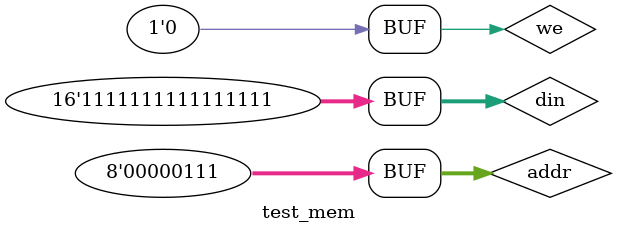
<source format=v>
`timescale 1ns / 1ps


module test_mem;

	// Inputs
	reg [15:0] din;
	reg [7:0] addr;
	reg we;

	// Outputs
	wire [15:0] dout;

	// Instantiate the Unit Under Test (UUT)
	mem uut (
		.din(din), 
		.addr(addr), 
		.we(we), 
		.dout(dout)
	);

	initial begin
		// Initialize Inputs
		din = 16'h0000;
		addr = 16'h0000;
		we = 0;

		// Wait 100 ns for global reset to finish
		#100;
        
		// Add stimulus here
		din = 16'hFFFF;
		we=1;
		addr = 16'h0007;
		#100;
		we=0;
		addr=7;
		
	end
      
endmodule


</source>
